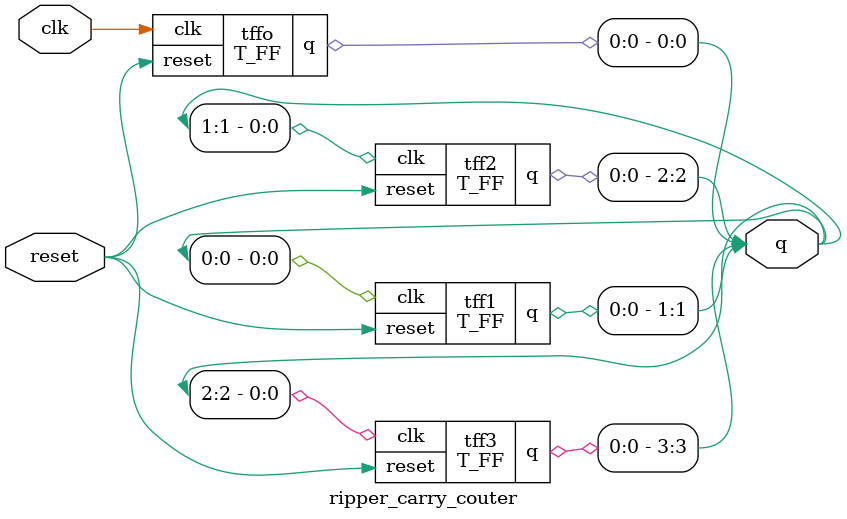
<source format=v>
module D_FF(q, d, clk, reset);
	output reg q; // Biến q cần được khai báo kiểu reg vì được gán trong always
	input d, clk, reset;
	
	always @(posedge clk or posedge reset)
		begin
			if (reset)	// Khi reset = 1, q được đặt về 0
				q <= 1'b0;
			else 	// Nếu không, q nhận giá trị của d tại cạnh lên của clk
				q <= d;
		end
endmodule

module T_FF(q, clk, reset);
	output q;
	input clk, reset;
	wire d;
	D_FF dffo(q, d, clk, reset);
	not n1(d, q);
endmodule

module ripper_carry_couter(q, clk, reset);
	output [3:0] q;
	input clk, reset;
	// 4 instance of the module T_FF are created
	T_FF tffo(q[0], clk, reset);
	T_FF tff1(q[1],q[0], reset); 
	T_FF tff2(q[2],q[1], reset); 
	T_FF tff3(q[3],q[2], reset); 
endmodule

</source>
